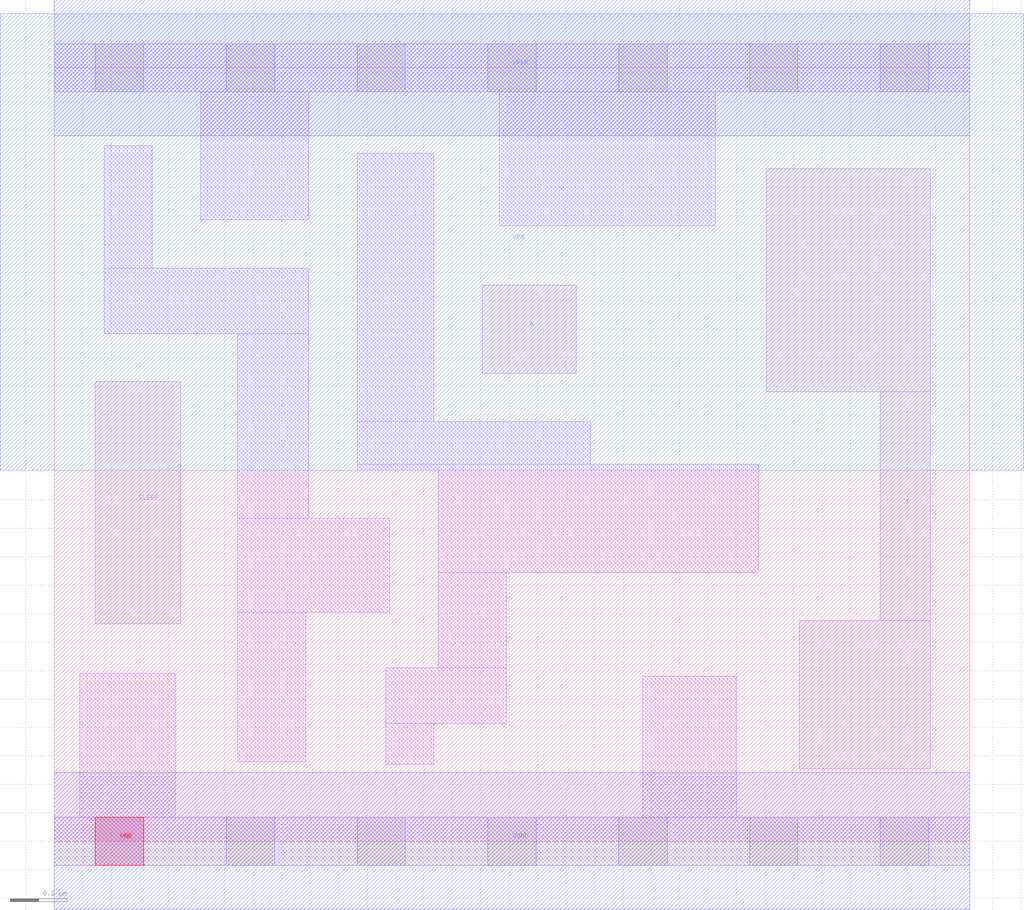
<source format=lef>
# Copyright 2020 The SkyWater PDK Authors
#
# Licensed under the Apache License, Version 2.0 (the "License");
# you may not use this file except in compliance with the License.
# You may obtain a copy of the License at
#
#     https://www.apache.org/licenses/LICENSE-2.0
#
# Unless required by applicable law or agreed to in writing, software
# distributed under the License is distributed on an "AS IS" BASIS,
# WITHOUT WARRANTIES OR CONDITIONS OF ANY KIND, either express or implied.
# See the License for the specific language governing permissions and
# limitations under the License.
#
# SPDX-License-Identifier: Apache-2.0

VERSION 5.7 ;
  NOWIREEXTENSIONATPIN ON ;
  DIVIDERCHAR "/" ;
  BUSBITCHARS "[]" ;
PROPERTYDEFINITIONS
  MACRO maskLayoutSubType STRING ;
  MACRO prCellType STRING ;
  MACRO originalViewName STRING ;
END PROPERTYDEFINITIONS
MACRO sky130_fd_sc_hdll__inputiso0p_1
  CLASS CORE ;
  FOREIGN sky130_fd_sc_hdll__inputiso0p_1 ;
  ORIGIN  0.000000  0.000000 ;
  SIZE  3.220000 BY  2.720000 ;
  SYMMETRY X Y R90 ;
  SITE unithd ;
  PIN A
    ANTENNAGATEAREA  0.138600 ;
    DIRECTION INPUT ;
    USE SIGNAL ;
    PORT
      LAYER li1 ;
        RECT 1.505000 1.645000 1.835000 1.955000 ;
    END
  END A
  PIN SLEEP
    ANTENNAGATEAREA  0.138600 ;
    DIRECTION INPUT ;
    USE SIGNAL ;
    PORT
      LAYER li1 ;
        RECT 0.145000 0.765000 0.445000 1.615000 ;
    END
  END SLEEP
  PIN X
    ANTENNADIFFAREA  0.439000 ;
    DIRECTION OUTPUT ;
    USE SIGNAL ;
    PORT
      LAYER li1 ;
        RECT 2.505000 1.580000 3.080000 2.365000 ;
        RECT 2.620000 0.255000 3.080000 0.775000 ;
        RECT 2.905000 0.775000 3.080000 1.580000 ;
    END
  END X
  PIN VGND
    DIRECTION INOUT ;
    USE GROUND ;
    PORT
      LAYER met1 ;
        RECT 0.000000 -0.240000 3.220000 0.240000 ;
    END
  END VGND
  PIN VNB
    DIRECTION INOUT ;
    USE GROUND ;
    PORT
      LAYER pwell ;
        RECT 0.145000 -0.085000 0.315000 0.085000 ;
    END
  END VNB
  PIN VPB
    DIRECTION INOUT ;
    USE POWER ;
    PORT
      LAYER nwell ;
        RECT -0.190000 1.305000 3.410000 2.910000 ;
    END
  END VPB
  PIN VPWR
    DIRECTION INOUT ;
    USE POWER ;
    PORT
      LAYER met1 ;
        RECT 0.000000 2.480000 3.220000 2.960000 ;
    END
  END VPWR
  OBS
    LAYER li1 ;
      RECT 0.000000 -0.085000 3.220000 0.085000 ;
      RECT 0.000000  2.635000 3.220000 2.805000 ;
      RECT 0.090000  0.085000 0.425000 0.590000 ;
      RECT 0.175000  1.785000 0.895000 2.015000 ;
      RECT 0.175000  2.015000 0.345000 2.445000 ;
      RECT 0.515000  2.185000 0.895000 2.635000 ;
      RECT 0.645000  0.280000 0.885000 0.805000 ;
      RECT 0.645000  0.805000 1.180000 1.135000 ;
      RECT 0.645000  1.135000 0.895000 1.785000 ;
      RECT 1.065000  1.305000 2.475000 1.325000 ;
      RECT 1.065000  1.325000 1.885000 1.475000 ;
      RECT 1.065000  1.475000 1.335000 2.420000 ;
      RECT 1.165000  0.270000 1.335000 0.415000 ;
      RECT 1.165000  0.415000 1.590000 0.610000 ;
      RECT 1.350000  0.610000 1.590000 0.945000 ;
      RECT 1.350000  0.945000 2.475000 1.305000 ;
      RECT 1.565000  2.165000 2.325000 2.635000 ;
      RECT 2.070000  0.085000 2.400000 0.580000 ;
    LAYER mcon ;
      RECT 0.145000 -0.085000 0.315000 0.085000 ;
      RECT 0.145000  2.635000 0.315000 2.805000 ;
      RECT 0.605000 -0.085000 0.775000 0.085000 ;
      RECT 0.605000  2.635000 0.775000 2.805000 ;
      RECT 1.065000 -0.085000 1.235000 0.085000 ;
      RECT 1.065000  2.635000 1.235000 2.805000 ;
      RECT 1.525000 -0.085000 1.695000 0.085000 ;
      RECT 1.525000  2.635000 1.695000 2.805000 ;
      RECT 1.985000 -0.085000 2.155000 0.085000 ;
      RECT 1.985000  2.635000 2.155000 2.805000 ;
      RECT 2.445000 -0.085000 2.615000 0.085000 ;
      RECT 2.445000  2.635000 2.615000 2.805000 ;
      RECT 2.905000 -0.085000 3.075000 0.085000 ;
      RECT 2.905000  2.635000 3.075000 2.805000 ;
  END
  PROPERTY maskLayoutSubType "abstract" ;
  PROPERTY prCellType "standard" ;
  PROPERTY originalViewName "layout" ;
END sky130_fd_sc_hdll__inputiso0p_1
END LIBRARY

</source>
